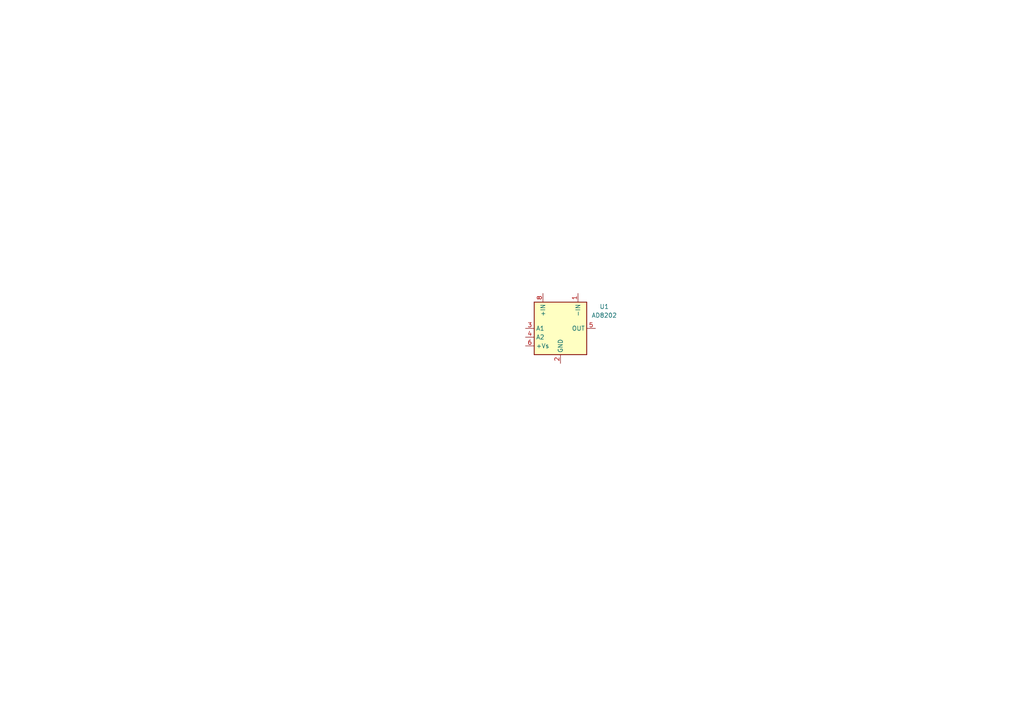
<source format=kicad_sch>
(kicad_sch
	(version 20231120)
	(generator "eeschema")
	(generator_version "8.0")
	(uuid "68513ce3-ee57-48f2-a2f6-d897c87974f1")
	(paper "A4")
	(lib_symbols
		(symbol "Amplifier_Current:AD8202"
			(exclude_from_sim no)
			(in_bom yes)
			(on_board yes)
			(property "Reference" "U"
				(at -7.62 10.795 0)
				(effects
					(font
						(size 1.27 1.27)
					)
					(justify right)
				)
			)
			(property "Value" "AD8202"
				(at -7.62 8.89 0)
				(effects
					(font
						(size 1.27 1.27)
					)
					(justify right)
				)
			)
			(property "Footprint" ""
				(at 1.27 -8.89 0)
				(effects
					(font
						(size 1.27 1.27)
					)
					(justify left)
					(hide yes)
				)
			)
			(property "Datasheet" "https://www.analog.com/media/en/technical-documentation/data-sheets/AD8202.pdf"
				(at 16.51 -17.78 0)
				(effects
					(font
						(size 1.27 1.27)
					)
					(hide yes)
				)
			)
			(property "Description" "28V High Common-Mode Voltage, Single-Supply Difference Amplifier, 10V/V x 2V/V adjustable gain, bandwidth 50kHz, Vcc=3.5V~12V, unidirectional, SOIC-8/MSOP-8"
				(at 0 0 0)
				(effects
					(font
						(size 1.27 1.27)
					)
					(hide yes)
				)
			)
			(property "ki_keywords" "highside HS current sense amplifier linear buffered monitor preamp"
				(at 0 0 0)
				(effects
					(font
						(size 1.27 1.27)
					)
					(hide yes)
				)
			)
			(property "ki_fp_filters" "SOIC*P1.27mm* MSOP*P0.65mm*"
				(at 0 0 0)
				(effects
					(font
						(size 1.27 1.27)
					)
					(hide yes)
				)
			)
			(symbol "AD8202_0_1"
				(rectangle
					(start -7.62 7.62)
					(end 7.62 -7.62)
					(stroke
						(width 0.254)
						(type default)
					)
					(fill
						(type background)
					)
				)
			)
			(symbol "AD8202_1_1"
				(pin input line
					(at 5.08 10.16 270)
					(length 2.54)
					(name "-IN"
						(effects
							(font
								(size 1.27 1.27)
							)
						)
					)
					(number "1"
						(effects
							(font
								(size 1.27 1.27)
							)
						)
					)
				)
				(pin power_in line
					(at 0 -10.16 90)
					(length 2.54)
					(name "GND"
						(effects
							(font
								(size 1.27 1.27)
							)
						)
					)
					(number "2"
						(effects
							(font
								(size 1.27 1.27)
							)
						)
					)
				)
				(pin output line
					(at -10.16 0 0)
					(length 2.54)
					(name "A1"
						(effects
							(font
								(size 1.27 1.27)
							)
						)
					)
					(number "3"
						(effects
							(font
								(size 1.27 1.27)
							)
						)
					)
				)
				(pin input line
					(at -10.16 -2.54 0)
					(length 2.54)
					(name "A2"
						(effects
							(font
								(size 1.27 1.27)
							)
						)
					)
					(number "4"
						(effects
							(font
								(size 1.27 1.27)
							)
						)
					)
				)
				(pin output line
					(at 10.16 0 180)
					(length 2.54)
					(name "OUT"
						(effects
							(font
								(size 1.27 1.27)
							)
						)
					)
					(number "5"
						(effects
							(font
								(size 1.27 1.27)
							)
						)
					)
				)
				(pin power_in line
					(at -10.16 -5.08 0)
					(length 2.54)
					(name "+Vs"
						(effects
							(font
								(size 1.27 1.27)
							)
						)
					)
					(number "6"
						(effects
							(font
								(size 1.27 1.27)
							)
						)
					)
				)
				(pin no_connect line
					(at 2.54 -7.62 90)
					(length 2.54) hide
					(name "NC"
						(effects
							(font
								(size 1.27 1.27)
							)
						)
					)
					(number "7"
						(effects
							(font
								(size 1.27 1.27)
							)
						)
					)
				)
				(pin input line
					(at -5.08 10.16 270)
					(length 2.54)
					(name "+IN"
						(effects
							(font
								(size 1.27 1.27)
							)
						)
					)
					(number "8"
						(effects
							(font
								(size 1.27 1.27)
							)
						)
					)
				)
			)
		)
	)
	(symbol
		(lib_id "Amplifier_Current:AD8202")
		(at 162.56 95.25 0)
		(unit 1)
		(exclude_from_sim no)
		(in_bom yes)
		(on_board yes)
		(dnp no)
		(fields_autoplaced yes)
		(uuid "c23ed346-60f8-4b4b-9eb8-b063cd77fb5d")
		(property "Reference" "U1"
			(at 175.26 88.9314 0)
			(effects
				(font
					(size 1.27 1.27)
				)
			)
		)
		(property "Value" "AD8202"
			(at 175.26 91.4714 0)
			(effects
				(font
					(size 1.27 1.27)
				)
			)
		)
		(property "Footprint" ""
			(at 163.83 104.14 0)
			(effects
				(font
					(size 1.27 1.27)
				)
				(justify left)
				(hide yes)
			)
		)
		(property "Datasheet" "https://www.analog.com/media/en/technical-documentation/data-sheets/AD8202.pdf"
			(at 179.07 113.03 0)
			(effects
				(font
					(size 1.27 1.27)
				)
				(hide yes)
			)
		)
		(property "Description" "28V High Common-Mode Voltage, Single-Supply Difference Amplifier, 10V/V x 2V/V adjustable gain, bandwidth 50kHz, Vcc=3.5V~12V, unidirectional, SOIC-8/MSOP-8"
			(at 162.56 95.25 0)
			(effects
				(font
					(size 1.27 1.27)
				)
				(hide yes)
			)
		)
		(pin "1"
			(uuid "80e40175-7cbd-4dea-92ad-8ae62dbfb98e")
		)
		(pin "2"
			(uuid "a6302b88-a377-4065-b3c7-f6d3399c9a05")
		)
		(pin "4"
			(uuid "3d81f37b-09bf-4143-b9b3-288eb1fe8aef")
		)
		(pin "6"
			(uuid "4358f8f1-ab2b-4fcc-b9f4-2217a70cd045")
		)
		(pin "8"
			(uuid "1c813844-92e2-493b-a645-803ced8a4e49")
		)
		(pin "3"
			(uuid "0ec56668-b29a-4aad-ab55-bd2433ae4a42")
		)
		(pin "7"
			(uuid "ed12abb5-6116-4d17-9cc3-f2424a7358f8")
		)
		(pin "5"
			(uuid "b72f63df-8fb0-43a1-9e87-3e0fc3ce12a5")
		)
		(instances
			(project ""
				(path "/68513ce3-ee57-48f2-a2f6-d897c87974f1"
					(reference "U1")
					(unit 1)
				)
			)
		)
	)
	(sheet_instances
		(path "/"
			(page "1")
		)
	)
)

</source>
